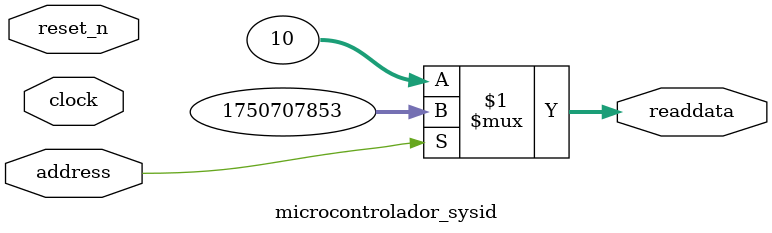
<source format=v>



// synthesis translate_off
`timescale 1ns / 1ps
// synthesis translate_on

// turn off superfluous verilog processor warnings 
// altera message_level Level1 
// altera message_off 10034 10035 10036 10037 10230 10240 10030 

module microcontrolador_sysid (
               // inputs:
                address,
                clock,
                reset_n,

               // outputs:
                readdata
             )
;

  output  [ 31: 0] readdata;
  input            address;
  input            clock;
  input            reset_n;

  wire    [ 31: 0] readdata;
  //control_slave, which is an e_avalon_slave
  assign readdata = address ? 1750707853 : 10;

endmodule



</source>
